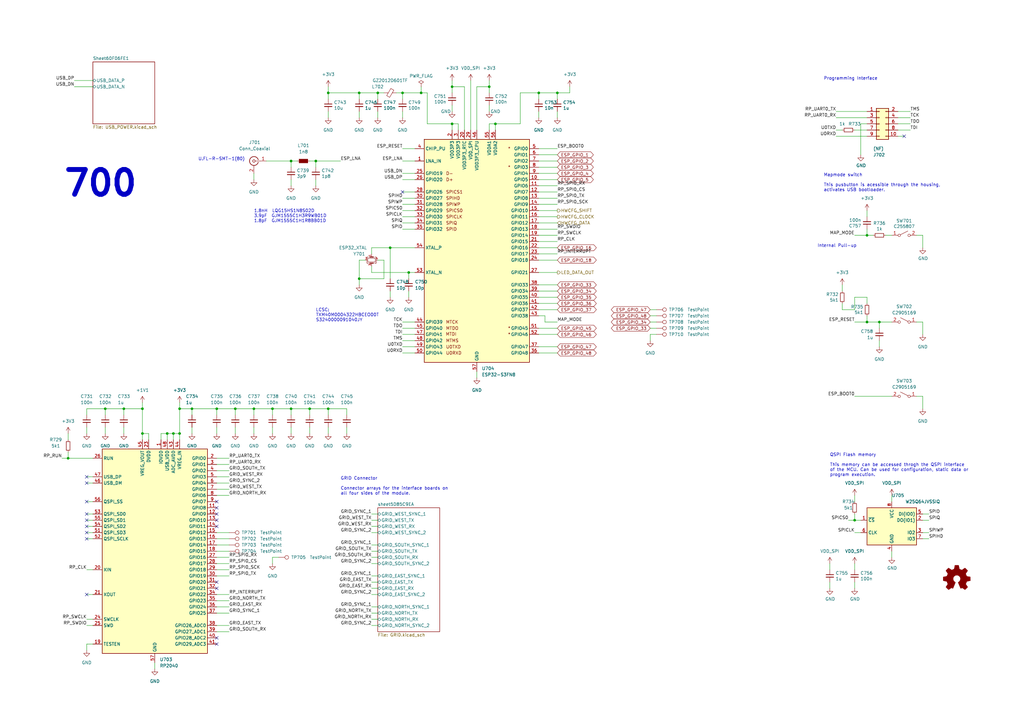
<source format=kicad_sch>
(kicad_sch (version 20230121) (generator eeschema)
  (paper "A3")
  (junction (at 88.9 167.64))
  (junction (at 129.54 66.04))
  (junction (at 220.98 38.1))
  (junction (at 71.12 177.8))
  (junction (at 147.32 38.1))
  (junction (at 58.42 177.8))
  (junction (at 172.72 38.1))
  (junction (at 167.64 111.76))
  (junction (at 73.66 177.8))
  (junction (at 147.32 114.3))
  (junction (at 127 167.64))
  (junction (at 73.66 167.64))
  (junction (at 27.94 187.96))
  (junction (at 185.42 50.8))
  (junction (at 350.52 213.36))
  (junction (at 154.94 38.1))
  (junction (at 160.02 101.6))
  (junction (at 355.6 132.08))
  (junction (at 134.62 167.64))
  (junction (at 50.8 167.64))
  (junction (at 119.38 167.64))
  (junction (at 200.66 35.56))
  (junction (at 68.58 177.8))
  (junction (at 96.52 167.64))
  (junction (at 111.76 167.64))
  (junction (at 43.18 167.64))
  (junction (at 104.14 167.64))
  (junction (at 228.6 38.1))
  (junction (at 134.62 38.1))
  (junction (at 58.42 167.64))
  (junction (at 203.2 50.8))
  (junction (at 185.42 35.56))
  (junction (at 78.74 167.64))
  (junction (at 355.6 96.52))
  (junction (at 360.68 132.08))
  (junction (at 119.38 66.04))
  (junction (at 165.1 38.1))
  (no_connect (at 370.84 55.88))
  (no_connect (at 165.1 78.74))
  (no_connect (at 35.56 210.82))
  (no_connect (at 35.56 205.74))
  (no_connect (at 35.56 213.36))
  (no_connect (at 35.56 243.84))
  (no_connect (at 35.56 220.98))
  (no_connect (at 35.56 215.9))
  (no_connect (at 35.56 218.44))
  (no_connect (at 35.56 198.12))
  (no_connect (at 35.56 195.58))
  (no_connect (at 88.9 264.16))
  (no_connect (at 88.9 261.62))
  (no_connect (at 88.9 238.76))
  (no_connect (at 88.9 241.3))
  (no_connect (at 88.9 215.9))
  (no_connect (at 88.9 213.36))
  (no_connect (at 88.9 210.82))
  (no_connect (at 88.9 208.28))
  (no_connect (at 88.9 205.74))
  (wire (pts (xy 73.66 167.64) (xy 78.74 167.64)))
  (wire (pts (xy 355.6 121.92) (xy 355.6 124.46)))
  (wire (pts (xy 35.56 198.12) (xy 38.1 198.12)))
  (wire (pts (xy 88.9 218.44) (xy 93.98 218.44)))
  (wire (pts (xy 213.36 38.1) (xy 220.98 38.1)))
  (wire (pts (xy 119.38 175.26) (xy 119.38 177.8)))
  (wire (pts (xy 58.42 180.34) (xy 58.42 177.8)))
  (wire (pts (xy 27.94 187.96) (xy 38.1 187.96)))
  (wire (pts (xy 165.1 93.98) (xy 170.18 93.98)))
  (wire (pts (xy 203.2 50.8) (xy 203.2 53.34)))
  (wire (pts (xy 360.68 139.7) (xy 360.68 142.24)))
  (wire (pts (xy 167.64 111.76) (xy 167.64 114.3)))
  (wire (pts (xy 228.6 38.1) (xy 220.98 38.1)))
  (wire (pts (xy 73.66 180.34) (xy 73.66 177.8)))
  (wire (pts (xy 154.94 228.6) (xy 152.4 228.6)))
  (wire (pts (xy 127 175.26) (xy 127 177.8)))
  (wire (pts (xy 350.52 162.56) (xy 365.76 162.56)))
  (wire (pts (xy 58.42 177.8) (xy 58.42 167.64)))
  (wire (pts (xy 88.9 231.14) (xy 93.98 231.14)))
  (wire (pts (xy 355.6 93.98) (xy 355.6 96.52)))
  (wire (pts (xy 266.7 134.62) (xy 269.24 134.62)))
  (wire (pts (xy 147.32 38.1) (xy 154.94 38.1)))
  (wire (pts (xy 104.14 175.26) (xy 104.14 177.8)))
  (wire (pts (xy 360.68 132.08) (xy 355.6 132.08)))
  (wire (pts (xy 165.1 137.16) (xy 170.18 137.16)))
  (wire (pts (xy 43.18 167.64) (xy 50.8 167.64)))
  (wire (pts (xy 63.5 271.78) (xy 63.5 274.32)))
  (wire (pts (xy 88.9 226.06) (xy 93.98 226.06)))
  (wire (pts (xy 345.44 53.34) (xy 342.9 53.34)))
  (wire (pts (xy 233.68 35.56) (xy 233.68 38.1)))
  (wire (pts (xy 96.52 170.18) (xy 96.52 167.64)))
  (wire (pts (xy 220.98 106.68) (xy 228.6 106.68)))
  (wire (pts (xy 350.52 127) (xy 350.52 121.92)))
  (wire (pts (xy 154.94 218.44) (xy 152.4 218.44)))
  (wire (pts (xy 152.4 104.14) (xy 152.4 101.6)))
  (wire (pts (xy 88.9 220.98) (xy 93.98 220.98)))
  (wire (pts (xy 220.98 63.5) (xy 228.6 63.5)))
  (wire (pts (xy 134.62 45.72) (xy 134.62 48.26)))
  (wire (pts (xy 220.98 119.38) (xy 228.6 119.38)))
  (wire (pts (xy 154.94 106.68) (xy 157.48 106.68)))
  (wire (pts (xy 203.2 50.8) (xy 213.36 50.8)))
  (wire (pts (xy 165.1 86.36) (xy 170.18 86.36)))
  (wire (pts (xy 160.02 101.6) (xy 170.18 101.6)))
  (wire (pts (xy 35.56 195.58) (xy 38.1 195.58)))
  (wire (pts (xy 88.9 246.38) (xy 93.98 246.38)))
  (wire (pts (xy 152.4 111.76) (xy 167.64 111.76)))
  (wire (pts (xy 134.62 175.26) (xy 134.62 177.8)))
  (wire (pts (xy 353.06 50.8) (xy 353.06 63.5)))
  (wire (pts (xy 96.52 175.26) (xy 96.52 177.8)))
  (wire (pts (xy 88.9 248.92) (xy 93.98 248.92)))
  (wire (pts (xy 355.6 86.36) (xy 355.6 88.9)))
  (wire (pts (xy 365.76 203.2) (xy 365.76 205.74)))
  (wire (pts (xy 266.7 132.08) (xy 269.24 132.08)))
  (wire (pts (xy 35.56 210.82) (xy 38.1 210.82)))
  (wire (pts (xy 165.1 38.1) (xy 172.72 38.1)))
  (wire (pts (xy 220.98 144.78) (xy 228.6 144.78)))
  (wire (pts (xy 350.52 203.2) (xy 350.52 205.74)))
  (wire (pts (xy 88.9 187.96) (xy 93.98 187.96)))
  (wire (pts (xy 378.46 162.56) (xy 375.92 162.56)))
  (wire (pts (xy 220.98 88.9) (xy 228.6 88.9)))
  (wire (pts (xy 35.56 220.98) (xy 38.1 220.98)))
  (wire (pts (xy 220.98 101.6) (xy 228.6 101.6)))
  (wire (pts (xy 378.46 218.44) (xy 381 218.44)))
  (wire (pts (xy 154.94 45.72) (xy 154.94 48.26)))
  (wire (pts (xy 35.56 213.36) (xy 38.1 213.36)))
  (wire (pts (xy 172.72 38.1) (xy 175.26 38.1)))
  (wire (pts (xy 88.9 259.08) (xy 93.98 259.08)))
  (wire (pts (xy 350.52 96.52) (xy 355.6 96.52)))
  (wire (pts (xy 35.56 233.68) (xy 38.1 233.68)))
  (wire (pts (xy 195.58 35.56) (xy 195.58 53.34)))
  (wire (pts (xy 104.14 170.18) (xy 104.14 167.64)))
  (wire (pts (xy 165.1 83.82) (xy 170.18 83.82)))
  (wire (pts (xy 147.32 106.68) (xy 149.86 106.68)))
  (wire (pts (xy 220.98 129.54) (xy 223.52 129.54)))
  (wire (pts (xy 88.9 223.52) (xy 93.98 223.52)))
  (wire (pts (xy 167.64 119.38) (xy 167.64 121.92)))
  (wire (pts (xy 68.58 177.8) (xy 71.12 177.8)))
  (wire (pts (xy 187.96 53.34) (xy 187.96 50.8)))
  (wire (pts (xy 350.52 231.14) (xy 350.52 233.68)))
  (wire (pts (xy 154.94 223.52) (xy 152.4 223.52)))
  (wire (pts (xy 172.72 35.56) (xy 172.72 38.1)))
  (wire (pts (xy 88.9 200.66) (xy 93.98 200.66)))
  (wire (pts (xy 378.46 96.52) (xy 378.46 101.6)))
  (wire (pts (xy 165.1 142.24) (xy 170.18 142.24)))
  (wire (pts (xy 223.52 132.08) (xy 228.6 132.08)))
  (wire (pts (xy 111.76 167.64) (xy 119.38 167.64)))
  (wire (pts (xy 152.4 101.6) (xy 160.02 101.6)))
  (wire (pts (xy 35.56 175.26) (xy 35.56 177.8)))
  (wire (pts (xy 165.1 91.44) (xy 170.18 91.44)))
  (wire (pts (xy 154.94 241.3) (xy 152.4 241.3)))
  (wire (pts (xy 58.42 165.1) (xy 58.42 167.64)))
  (wire (pts (xy 228.6 60.96) (xy 220.98 60.96)))
  (wire (pts (xy 147.32 114.3) (xy 147.32 116.84)))
  (wire (pts (xy 134.62 167.64) (xy 142.24 167.64)))
  (wire (pts (xy 220.98 83.82) (xy 228.6 83.82)))
  (wire (pts (xy 109.22 66.04) (xy 119.38 66.04)))
  (wire (pts (xy 165.1 144.78) (xy 170.18 144.78)))
  (wire (pts (xy 88.9 198.12) (xy 93.98 198.12)))
  (wire (pts (xy 350.52 213.36) (xy 347.98 213.36)))
  (wire (pts (xy 88.9 228.6) (xy 93.98 228.6)))
  (wire (pts (xy 35.56 256.54) (xy 38.1 256.54)))
  (wire (pts (xy 375.92 96.52) (xy 378.46 96.52)))
  (wire (pts (xy 350.52 132.08) (xy 355.6 132.08)))
  (wire (pts (xy 213.36 38.1) (xy 213.36 50.8)))
  (wire (pts (xy 88.9 170.18) (xy 88.9 167.64)))
  (wire (pts (xy 378.46 210.82) (xy 381 210.82)))
  (wire (pts (xy 73.66 177.8) (xy 73.66 167.64)))
  (wire (pts (xy 165.1 81.28) (xy 170.18 81.28)))
  (wire (pts (xy 154.94 213.36) (xy 152.4 213.36)))
  (wire (pts (xy 355.6 129.54) (xy 355.6 132.08)))
  (wire (pts (xy 228.6 45.72) (xy 228.6 48.26)))
  (wire (pts (xy 353.06 218.44) (xy 350.52 218.44)))
  (wire (pts (xy 165.1 45.72) (xy 165.1 48.26)))
  (wire (pts (xy 190.5 35.56) (xy 190.5 53.34)))
  (wire (pts (xy 368.3 45.72) (xy 373.38 45.72)))
  (wire (pts (xy 185.42 35.56) (xy 185.42 38.1)))
  (wire (pts (xy 266.7 137.16) (xy 269.24 137.16)))
  (wire (pts (xy 88.9 251.46) (xy 93.98 251.46)))
  (wire (pts (xy 370.84 55.88) (xy 368.3 55.88)))
  (wire (pts (xy 35.56 254) (xy 38.1 254)))
  (wire (pts (xy 165.1 60.96) (xy 170.18 60.96)))
  (wire (pts (xy 142.24 175.26) (xy 142.24 177.8)))
  (wire (pts (xy 43.18 170.18) (xy 43.18 167.64)))
  (wire (pts (xy 88.9 203.2) (xy 93.98 203.2)))
  (wire (pts (xy 129.54 66.04) (xy 127 66.04)))
  (wire (pts (xy 200.66 50.8) (xy 203.2 50.8)))
  (wire (pts (xy 111.76 175.26) (xy 111.76 177.8)))
  (wire (pts (xy 200.66 50.8) (xy 200.66 53.34)))
  (wire (pts (xy 119.38 66.04) (xy 121.92 66.04)))
  (wire (pts (xy 154.94 226.06) (xy 152.4 226.06)))
  (wire (pts (xy 160.02 119.38) (xy 160.02 121.92)))
  (wire (pts (xy 88.9 243.84) (xy 93.98 243.84)))
  (wire (pts (xy 88.9 256.54) (xy 93.98 256.54)))
  (wire (pts (xy 355.6 53.34) (xy 350.52 53.34)))
  (wire (pts (xy 154.94 238.76) (xy 152.4 238.76)))
  (wire (pts (xy 165.1 134.62) (xy 170.18 134.62)))
  (wire (pts (xy 154.94 231.14) (xy 152.4 231.14)))
  (wire (pts (xy 378.46 167.64) (xy 378.46 162.56)))
  (wire (pts (xy 88.9 175.26) (xy 88.9 177.8)))
  (wire (pts (xy 147.32 38.1) (xy 147.32 40.64)))
  (wire (pts (xy 185.42 43.18) (xy 185.42 45.72)))
  (wire (pts (xy 119.38 170.18) (xy 119.38 167.64)))
  (wire (pts (xy 104.14 71.12) (xy 104.14 73.66)))
  (wire (pts (xy 68.58 177.8) (xy 68.58 180.34)))
  (wire (pts (xy 35.56 170.18) (xy 35.56 167.64)))
  (wire (pts (xy 154.94 40.64) (xy 154.94 38.1)))
  (wire (pts (xy 185.42 50.8) (xy 175.26 50.8)))
  (wire (pts (xy 368.3 50.8) (xy 373.38 50.8)))
  (wire (pts (xy 220.98 137.16) (xy 228.6 137.16)))
  (wire (pts (xy 165.1 139.7) (xy 170.18 139.7)))
  (wire (pts (xy 154.94 243.84) (xy 152.4 243.84)))
  (wire (pts (xy 71.12 177.8) (xy 71.12 180.34)))
  (wire (pts (xy 342.9 48.26) (xy 355.6 48.26)))
  (wire (pts (xy 345.44 127) (xy 350.52 127)))
  (wire (pts (xy 88.9 233.68) (xy 93.98 233.68)))
  (wire (pts (xy 378.46 132.08) (xy 375.92 132.08)))
  (wire (pts (xy 154.94 236.22) (xy 152.4 236.22)))
  (wire (pts (xy 233.68 38.1) (xy 228.6 38.1)))
  (wire (pts (xy 35.56 167.64) (xy 43.18 167.64)))
  (wire (pts (xy 88.9 190.5) (xy 93.98 190.5)))
  (wire (pts (xy 342.9 45.72) (xy 355.6 45.72)))
  (wire (pts (xy 340.36 241.3) (xy 340.36 238.76)))
  (wire (pts (xy 60.96 180.34) (xy 60.96 177.8)))
  (wire (pts (xy 96.52 167.64) (xy 104.14 167.64)))
  (wire (pts (xy 104.14 167.64) (xy 111.76 167.64)))
  (wire (pts (xy 345.44 116.84) (xy 345.44 119.38)))
  (wire (pts (xy 27.94 185.42) (xy 27.94 187.96)))
  (wire (pts (xy 190.5 35.56) (xy 185.42 35.56)))
  (wire (pts (xy 220.98 38.1) (xy 220.98 40.64)))
  (wire (pts (xy 340.36 231.14) (xy 340.36 233.68)))
  (wire (pts (xy 35.56 215.9) (xy 38.1 215.9)))
  (wire (pts (xy 43.18 175.26) (xy 43.18 177.8)))
  (wire (pts (xy 165.1 88.9) (xy 170.18 88.9)))
  (wire (pts (xy 35.56 264.16) (xy 35.56 266.7)))
  (wire (pts (xy 127 167.64) (xy 134.62 167.64)))
  (wire (pts (xy 200.66 35.56) (xy 200.66 38.1)))
  (wire (pts (xy 154.94 256.54) (xy 152.4 256.54)))
  (wire (pts (xy 170.18 71.12) (xy 165.1 71.12)))
  (wire (pts (xy 152.4 210.82) (xy 154.94 210.82)))
  (wire (pts (xy 345.44 124.46) (xy 345.44 127)))
  (wire (pts (xy 220.98 127) (xy 228.6 127)))
  (wire (pts (xy 152.4 111.76) (xy 152.4 109.22)))
  (wire (pts (xy 220.98 78.74) (xy 228.6 78.74)))
  (wire (pts (xy 147.32 45.72) (xy 147.32 48.26)))
  (wire (pts (xy 365.76 228.6) (xy 365.76 226.06)))
  (wire (pts (xy 220.98 93.98) (xy 228.6 93.98)))
  (wire (pts (xy 185.42 33.02) (xy 185.42 35.56)))
  (wire (pts (xy 134.62 170.18) (xy 134.62 167.64)))
  (wire (pts (xy 154.94 248.92) (xy 152.4 248.92)))
  (wire (pts (xy 154.94 251.46) (xy 152.4 251.46)))
  (wire (pts (xy 50.8 167.64) (xy 58.42 167.64)))
  (wire (pts (xy 142.24 170.18) (xy 142.24 167.64)))
  (wire (pts (xy 220.98 71.12) (xy 228.6 71.12)))
  (wire (pts (xy 350.52 121.92) (xy 355.6 121.92)))
  (wire (pts (xy 88.9 167.64) (xy 96.52 167.64)))
  (wire (pts (xy 378.46 213.36) (xy 381 213.36)))
  (wire (pts (xy 88.9 236.22) (xy 93.98 236.22)))
  (wire (pts (xy 165.1 78.74) (xy 170.18 78.74)))
  (wire (pts (xy 175.26 38.1) (xy 175.26 50.8)))
  (wire (pts (xy 35.56 243.84) (xy 38.1 243.84)))
  (wire (pts (xy 195.58 35.56) (xy 200.66 35.56)))
  (wire (pts (xy 88.9 193.04) (xy 93.98 193.04)))
  (wire (pts (xy 193.04 33.02) (xy 193.04 53.34)))
  (wire (pts (xy 220.98 134.62) (xy 228.6 134.62)))
  (wire (pts (xy 378.46 220.98) (xy 381 220.98)))
  (wire (pts (xy 129.54 66.04) (xy 139.7 66.04)))
  (wire (pts (xy 220.98 81.28) (xy 228.6 81.28)))
  (wire (pts (xy 353.06 50.8) (xy 355.6 50.8)))
  (wire (pts (xy 25.4 187.96) (xy 27.94 187.96)))
  (wire (pts (xy 266.7 129.54) (xy 269.24 129.54)))
  (wire (pts (xy 119.38 66.04) (xy 119.38 68.58)))
  (wire (pts (xy 228.6 38.1) (xy 228.6 40.64)))
  (wire (pts (xy 373.38 48.26) (xy 368.3 48.26)))
  (wire (pts (xy 50.8 167.64) (xy 50.8 170.18)))
  (wire (pts (xy 170.18 73.66) (xy 165.1 73.66)))
  (wire (pts (xy 157.48 114.3) (xy 147.32 114.3)))
  (wire (pts (xy 147.32 114.3) (xy 147.32 106.68)))
  (wire (pts (xy 129.54 68.58) (xy 129.54 66.04)))
  (wire (pts (xy 35.56 205.74) (xy 38.1 205.74)))
  (wire (pts (xy 160.02 101.6) (xy 160.02 114.3)))
  (wire (pts (xy 220.98 86.36) (xy 228.6 86.36)))
  (wire (pts (xy 373.38 53.34) (xy 368.3 53.34)))
  (wire (pts (xy 78.74 175.26) (xy 78.74 177.8)))
  (wire (pts (xy 220.98 116.84) (xy 228.6 116.84)))
  (wire (pts (xy 71.12 177.8) (xy 73.66 177.8)))
  (wire (pts (xy 220.98 68.58) (xy 228.6 68.58)))
  (wire (pts (xy 134.62 35.56) (xy 134.62 38.1)))
  (wire (pts (xy 350.52 241.3) (xy 350.52 238.76)))
  (wire (pts (xy 200.66 33.02) (xy 200.66 35.56)))
  (wire (pts (xy 266.7 139.7) (xy 266.7 137.16)))
  (wire (pts (xy 220.98 96.52) (xy 228.6 96.52)))
  (wire (pts (xy 195.58 152.4) (xy 195.58 154.94)))
  (wire (pts (xy 365.76 132.08) (xy 360.68 132.08)))
  (wire (pts (xy 38.1 33.02) (xy 30.48 33.02)))
  (wire (pts (xy 220.98 111.76) (xy 228.6 111.76)))
  (wire (pts (xy 78.74 167.64) (xy 88.9 167.64)))
  (wire (pts (xy 127 170.18) (xy 127 167.64)))
  (wire (pts (xy 119.38 73.66) (xy 119.38 76.2)))
  (wire (pts (xy 165.1 66.04) (xy 170.18 66.04)))
  (wire (pts (xy 220.98 142.24) (xy 228.6 142.24)))
  (wire (pts (xy 355.6 96.52) (xy 358.14 96.52)))
  (wire (pts (xy 88.9 195.58) (xy 93.98 195.58)))
  (wire (pts (xy 60.96 177.8) (xy 58.42 177.8)))
  (wire (pts (xy 50.8 175.26) (xy 50.8 177.8)))
  (wire (pts (xy 187.96 50.8) (xy 185.42 50.8)))
  (wire (pts (xy 154.94 38.1) (xy 157.48 38.1)))
  (wire (pts (xy 165.1 38.1) (xy 165.1 40.64)))
  (wire (pts (xy 78.74 167.64) (xy 78.74 170.18)))
  (wire (pts (xy 157.48 106.68) (xy 157.48 114.3)))
  (wire (pts (xy 220.98 73.66) (xy 228.6 73.66)))
  (wire (pts (xy 220.98 99.06) (xy 228.6 99.06)))
  (wire (pts (xy 27.94 177.8) (xy 27.94 180.34)))
  (wire (pts (xy 167.64 111.76) (xy 170.18 111.76)))
  (wire (pts (xy 111.76 170.18) (xy 111.76 167.64)))
  (wire (pts (xy 220.98 45.72) (xy 220.98 48.26)))
  (wire (pts (xy 220.98 124.46) (xy 228.6 124.46)))
  (wire (pts (xy 266.7 127) (xy 269.24 127)))
  (wire (pts (xy 66.04 180.34) (xy 66.04 177.8)))
  (wire (pts (xy 129.54 73.66) (xy 129.54 76.2)))
  (wire (pts (xy 152.4 215.9) (xy 154.94 215.9)))
  (wire (pts (xy 35.56 218.44) (xy 38.1 218.44)))
  (wire (pts (xy 119.38 167.64) (xy 127 167.64)))
  (wire (pts (xy 30.48 35.56) (xy 38.1 35.56)))
  (wire (pts (xy 220.98 66.04) (xy 228.6 66.04)))
  (wire (pts (xy 220.98 91.44) (xy 228.6 91.44)))
  (wire (pts (xy 220.98 121.92) (xy 228.6 121.92)))
  (wire (pts (xy 353.06 213.36) (xy 350.52 213.36)))
  (wire (pts (xy 154.94 254) (xy 152.4 254)))
  (wire (pts (xy 378.46 137.16) (xy 378.46 132.08)))
  (wire (pts (xy 73.66 165.1) (xy 73.66 167.64)))
  (wire (pts (xy 342.9 55.88) (xy 355.6 55.88)))
  (wire (pts (xy 162.56 38.1) (xy 165.1 38.1)))
  (wire (pts (xy 111.76 231.14) (xy 111.76 228.6)))
  (wire (pts (xy 200.66 43.18) (xy 200.66 45.72)))
  (wire (pts (xy 134.62 38.1) (xy 134.62 40.64)))
  (wire (pts (xy 185.42 50.8) (xy 185.42 53.34)))
  (wire (pts (xy 360.68 132.08) (xy 360.68 134.62)))
  (wire (pts (xy 350.52 210.82) (xy 350.52 213.36)))
  (wire (pts (xy 66.04 177.8) (xy 68.58 177.8)))
  (wire (pts (xy 35.56 264.16) (xy 38.1 264.16)))
  (wire (pts (xy 363.22 96.52) (xy 365.76 96.52)))
  (wire (pts (xy 165.1 132.08) (xy 170.18 132.08)))
  (wire (pts (xy 220.98 76.2) (xy 228.6 76.2)))
  (wire (pts (xy 220.98 104.14) (xy 228.6 104.14)))
  (wire (pts (xy 111.76 228.6) (xy 114.3 228.6)))
  (wire (pts (xy 134.62 38.1) (xy 147.32 38.1)))
  (wire (pts (xy 223.52 129.54) (xy 223.52 132.08)))
  (text "Mapmode switch\n\nThis pusbutton is acessible through the housing, \nactivates USB bootloader." (at 337.82 78.74 0) (effects (font (size 1.27 1.27)) (justify left bottom)))
  (text "700" (at 25.4 81.28 0) (effects (font (size 10.16 10.16) (thickness 2.032) bold) (justify left bottom)))
  (text "LCSC:\nTXM40M0004322HBCEO00T\nS3240000091040JY" (at 129.54 132.08 0) (effects (font (size 1.27 1.27)) (justify left bottom)))
  (text "1.8nH  LQG15HS1N8S02D\n3.9pF  GJM1555C1H3R9WB01D\n1.8pF  GJM1555C1H1R8BB01D" (at 104.14 91.44 0) (effects (font (size 1.27 1.27)) (justify left bottom)))
  (text "QSPI Flash memory\n\nThis memory can be accessed throgh the QSPI interface\nof the MCU. Can be used for configuration, static data or\nprogram execution." (at 340.36 195.58 0) (effects (font (size 1.27 1.27)) (justify left bottom)))
  (text "Internal Pull-up" (at 335.28 101.6 0) (effects (font (size 1.27 1.27)) (justify left bottom)))
  (text "GRID Connector\n\nConnector arrays for the interface boards on \nall four sides of the module." (at 139.7 203.2 0) (effects (font (size 1.27 1.27)) (justify left bottom)))
  (text "U.FL-R-SMT-1(80) " (at 81.28 66.04 0) (effects (font (size 1.27 1.27)) (justify left bottom)))
  (text "Programming Interface\n" (at 337.82 33.02 0) (effects (font (size 1.27 1.27)) (justify left bottom)))
  (label "RP_SPI0_CS" (at 93.98 231.14 0))
  (label "GRID_SYNC_1" (at 152.4 223.52 180))
  (label "GRID_EAST_TX" (at 93.98 256.54 0))
  (label "RP_SPI0_RX" (at 93.98 228.6 0))
  (label "GRID_SOUTH_TX" (at 152.4 226.06 180))
  (label "SPICS0" (at 165.1 86.36 180))
  (label "GRID_SYNC_2" (at 152.4 218.44 180))
  (label "GRID_NORTH_TX" (at 93.98 246.38 0))
  (label "GRID_NORTH_TX" (at 152.4 251.46 180))
  (label "GRID_SYNC_2" (at 152.4 256.54 180))
  (label "MAP_MODE" (at 350.52 96.52 180))
  (label "U0TXD" (at 165.1 142.24 180))
  (label "SPICS0" (at 347.98 213.36 180))
  (label "TMS" (at 165.1 139.7 180))
  (label "TCK" (at 165.1 132.08 180))
  (label "GRID_NORTH_RX" (at 93.98 203.2 0))
  (label "RP_SWCLK" (at 35.56 254 180))
  (label "RP_SPI0_RX" (at 228.6 76.2 0))
  (label "GRID_SYNC_1" (at 152.4 210.82 180))
  (label "SPIQ" (at 165.1 91.44 180))
  (label "RP_SPI0_TX" (at 93.98 236.22 0))
  (label "GRID_SYNC_1" (at 152.4 236.22 180))
  (label "U0RXD" (at 165.1 144.78 180))
  (label "TDO" (at 165.1 134.62 180))
  (label "U0RXD" (at 342.9 55.88 180))
  (label "GRID_SOUTH_RX" (at 93.98 259.08 0))
  (label "GRID_SYNC_2" (at 152.4 243.84 180))
  (label "SPIQ" (at 381 213.36 0))
  (label "RP_SPI0_TX" (at 228.6 81.28 0))
  (label "GRID_WEST_RX" (at 152.4 215.9 180))
  (label "GRID_WEST_RX" (at 93.98 195.58 0))
  (label "RP_SWDIO" (at 228.6 93.98 0))
  (label "RP_SWDIO" (at 35.56 256.54 180))
  (label "RP_CLK" (at 35.56 233.68 180))
  (label "RP_SWCLK" (at 228.6 96.52 0))
  (label "RP_SPI0_SCK" (at 93.98 233.68 0))
  (label "RP_UART0_TX" (at 93.98 187.96 0))
  (label "SPID" (at 165.1 93.98 180))
  (label "U0TXD" (at 342.9 53.34 180))
  (label "SPID" (at 381 210.82 0))
  (label "ESP_BOOT0" (at 228.6 60.96 0))
  (label "TDO" (at 373.38 50.8 0))
  (label "TDI" (at 165.1 137.16 180))
  (label "GRID_WEST_TX" (at 93.98 200.66 0))
  (label "RP_INTERRUPT" (at 228.6 104.14 0))
  (label "RP_SPI0_SCK" (at 228.6 83.82 0))
  (label "GRID_EAST_RX" (at 93.98 248.92 0))
  (label "USB_DN" (at 165.1 71.12 180))
  (label "USB_DN" (at 30.48 35.56 180))
  (label "SPIHD" (at 165.1 81.28 180))
  (label "ESP_RESET" (at 165.1 60.96 180))
  (label "TMS" (at 373.38 45.72 0))
  (label "SPIHD" (at 381 220.98 0))
  (label "ESP_LNA" (at 139.7 66.04 0))
  (label "ESP_BOOT0" (at 350.52 162.56 180))
  (label "RP_UART0_TX" (at 342.9 45.72 180))
  (label "RP_INTERRUPT" (at 93.98 243.84 0))
  (label "GRID_EAST_RX" (at 152.4 241.3 180))
  (label "USB_DP" (at 165.1 73.66 180))
  (label "GRID_SOUTH_TX" (at 93.98 193.04 0))
  (label "GRID_EAST_TX" (at 152.4 238.76 180))
  (label "SPICLK" (at 350.52 218.44 180))
  (label "RP_SPI0_CS" (at 228.6 78.74 0))
  (label "RP_UART0_RX" (at 342.9 48.26 180))
  (label "TCK" (at 373.38 48.26 0))
  (label "RP_RUN" (at 25.4 187.96 180))
  (label "RP_CLK" (at 228.6 99.06 0))
  (label "TDI" (at 373.38 53.34 0))
  (label "GRID_SYNC_1" (at 93.98 251.46 0))
  (label "ESP_RESET" (at 350.52 132.08 180))
  (label "GRID_SOUTH_RX" (at 152.4 228.6 180))
  (label "SPIWP" (at 165.1 83.82 180))
  (label "MAP_MODE" (at 228.6 132.08 0))
  (label "USB_DP" (at 30.48 33.02 180))
  (label "SPICLK" (at 165.1 88.9 180))
  (label "ESP_LNA" (at 165.1 66.04 180))
  (label "GRID_SYNC_1" (at 152.4 248.92 180))
  (label "RP_UART0_RX" (at 93.98 190.5 0))
  (label "SPIWP" (at 381 218.44 0))
  (label "GRID_NORTH_RX" (at 152.4 254 180))
  (label "GRID_SYNC_2" (at 93.98 198.12 0))
  (label "GRID_SYNC_2" (at 152.4 231.14 180))
  (label "GRID_WEST_TX" (at 152.4 213.36 180))
  (global_label "ESP_GPIO_33" (shape bidirectional) (at 228.6 116.84 0) (property "Intersheetrefs" "${INTERSHEET_REFS}" (effects hide)))
  (global_label "ESP_GPIO_16" (shape bidirectional) (at 228.6 101.6 0) (property "Intersheetrefs" "${INTERSHEET_REFS}" (effects hide)))
  (global_label "ESP_GPIO_34" (shape bidirectional) (at 266.7 132.08 180) (property "Intersheetrefs" "${INTERSHEET_REFS}" (effects hide)))
  (global_label "ESP_GPIO_47" (shape bidirectional) (at 266.7 127 180) (property "Intersheetrefs" "${INTERSHEET_REFS}" (effects hide)))
  (global_label "ESP_GPIO_48" (shape bidirectional) (at 228.6 144.78 0) (property "Intersheetrefs" "${INTERSHEET_REFS}" (effects hide)))
  (global_label "ESP_GPIO_2" (shape bidirectional) (at 228.6 66.04 0) (property "Intersheetrefs" "${INTERSHEET_REFS}" (effects hide)))
  (global_label "ESP_GPIO_4" (shape bidirectional) (at 228.6 71.12 0) (property "Intersheetrefs" "${INTERSHEET_REFS}" (effects hide)))
  (global_label "ESP_GPIO_1" (shape bidirectional) (at 228.6 63.5 0) (property "Intersheetrefs" "${INTERSHEET_REFS}" (effects hide)))
  (global_label "ESP_GPIO_45" (shape bidirectional) (at 228.6 134.62 0) (property "Intersheetrefs" "${INTERSHEET_REFS}" (effects hide)))
  (global_label "ESP_GPIO_36" (shape bidirectional) (at 228.6 124.46 0) (property "Intersheetrefs" "${INTERSHEET_REFS}" (effects hide)))
  (global_label "ESP_GPIO_18" (shape bidirectional) (at 228.6 106.68 0) (property "Intersheetrefs" "${INTERSHEET_REFS}" (effects hide)))
  (global_label "ESP_GPIO_5" (shape bidirectional) (at 228.6 73.66 0) (property "Intersheetrefs" "${INTERSHEET_REFS}" (effects hide)))
  (global_label "ESP_GPIO_46" (shape bidirectional) (at 228.6 137.16 0) (property "Intersheetrefs" "${INTERSHEET_REFS}" (effects hide)))
  (global_label "ESP_GPIO_48" (shape bidirectional) (at 266.7 129.54 180) (property "Intersheetrefs" "${INTERSHEET_REFS}" (effects hide)))
  (global_label "ESP_GPIO_33" (shape bidirectional) (at 266.7 134.62 180) (property "Intersheetrefs" "${INTERSHEET_REFS}" (effects hide)))
  (global_label "ESP_GPIO_35" (shape bidirectional) (at 228.6 121.92 0) (property "Intersheetrefs" "${INTERSHEET_REFS}" (effects hide)))
  (global_label "ESP_GPIO_34" (shape bidirectional) (at 228.6 119.38 0) (property "Intersheetrefs" "${INTERSHEET_REFS}" (effects hide)))
  (global_label "ESP_GPIO_3" (shape bidirectional) (at 228.6 68.58 0) (property "Intersheetrefs" "${INTERSHEET_REFS}" (effects hide)))
  (global_label "ESP_GPIO_47" (shape bidirectional) (at 228.6 142.24 0) (property "Intersheetrefs" "${INTERSHEET_REFS}" (effects hide)))
  (global_label "ESP_GPIO_37" (shape bidirectional) (at 228.6 127 0) (property "Intersheetrefs" "${INTERSHEET_REFS}" (effects hide)))
  (hierarchical_label "HWCFG_CLOCK" (shape output) (at 228.6 88.9 0))
  (hierarchical_label "HWCFG_DATA" (shape input) (at 228.6 91.44 0))
  (hierarchical_label "HWCFG_SHIFT" (shape output) (at 228.6 86.36 0))
  (hierarchical_label "LED_DATA_OUT" (shape output) (at 228.6 111.76 0))
  (symbol (lib_id "suku_basics:U_FLASH_W25Q16JVSSIQ") (at 365.76 215.9 0) (unit 1)
    (property "Reference" "U705" (at 368.3 203.2 0))
    (property "Value" "W25Q64JVSSIQ" (at 378.46 205.74 0))
    (property "Footprint" "suku_basics:SOIC-8W_FLASH" (effects hide))
    (property "Datasheet" "http://www.winbond.com/resource-files/w25q32jv%20revg%2003272018%20plus.pdf" (effects hide))
  )
  (symbol (lib_id "suku_basics:CAP") (at 350.52 236.22 0) (unit 1)
    (property "Reference" "C756" (at 352.8568 235.0516 0) (effects (justify left)))
    (property "Value" "100n" (at 352.8568 237.363 0) (effects (justify left)))
    (property "Footprint" "suku_basics:CAP_0402" (effects hide))
  )
  (symbol (lib_id "power:GND") (at 365.76 228.6 0) (unit 1)
    (property "Reference" "#PWR0843" (effects hide))
    (property "Value" "GND" (at 365.887 232.9942 0))
  )
  (symbol (lib_id "power:GND") (at 350.52 241.3 0) (unit 1)
    (property "Reference" "#PWR0838" (effects hide))
    (property "Value" "GND" (at 350.647 245.6942 0))
  )
  (symbol (lib_id "Switch:SW_SPST") (at 370.84 96.52 0) (unit 1)
    (property "Reference" "SW701" (at 370.84 90.551 0))
    (property "Value" "C255807" (at 370.84 92.8624 0))
    (property "Footprint" "suku_basics:SW_HYP_MAPMODE" (effects hide))
  )
  (symbol (lib_id "suku_basics:RES") (at 360.68 96.52 270) (unit 1)
    (property "Reference" "R736" (at 360.68 91.5416 90))
    (property "Value" "1k" (at 360.68 93.853 90))
    (property "Footprint" "suku_basics:RES_0402" (effects hide))
  )
  (symbol (lib_id "power:GND") (at 378.46 101.6 0) (unit 1)
    (property "Reference" "#PWR0844" (effects hide))
    (property "Value" "GND" (at 378.587 105.9942 0))
  )
  (symbol (lib_id "suku_basics:CAP") (at 355.6 91.44 180) (unit 1)
    (property "Reference" "C757" (at 353.2632 92.6084 0) (effects (justify left)))
    (property "Value" "100n" (at 353.2632 90.297 0) (effects (justify left)))
    (property "Footprint" "suku_basics:CAP_0402" (effects hide))
  )
  (symbol (lib_id "Connector:TestPoint") (at 269.24 137.16 270) (unit 1)
    (property "Reference" "TP710" (at 274.32 137.16 90) (effects (justify left)))
    (property "Value" "TestPoint" (at 281.94 137.16 90) (effects (justify left)))
    (property "Footprint" "TestPoint:TestPoint_Pad_1.0x1.0mm" (effects hide))
  )
  (symbol (lib_id "Connector:TestPoint") (at 93.98 226.06 270) (unit 1)
    (property "Reference" "TP704" (at 99.06 226.06 90) (effects (justify left)))
    (property "Value" "TestPoint" (at 106.68 226.06 90) (effects (justify left)))
    (property "Footprint" "TestPoint:TestPoint_Pad_D1.0mm" (effects hide))
  )
  (symbol (lib_id "suku_basics:CAP") (at 142.24 172.72 0) (unit 1)
    (property "Reference" "C745" (at 139.7 162.56 0) (effects (justify left)))
    (property "Value" "100n" (at 139.7 165.1 0) (effects (justify left)))
    (property "Footprint" "suku_basics:CAP_0402" (effects hide))
  )
  (symbol (lib_id "suku_basics:CAP") (at 200.66 40.64 0) (unit 1)
    (property "Reference" "C752" (at 202.9968 39.4716 0) (effects (justify left)))
    (property "Value" "100n" (at 202.9968 41.783 0) (effects (justify left)))
    (property "Footprint" "suku_basics:CAP_0402" (effects hide))
  )
  (symbol (lib_id "power:GND") (at 63.5 274.32 0) (unit 1)
    (property "Reference" "#PWR0799" (effects hide))
    (property "Value" "GND" (at 63.5 279.4 0))
  )
  (symbol (lib_id "power:GND") (at 43.18 177.8 0) (unit 1)
    (property "Reference" "#PWR0796" (effects hide))
    (property "Value" "GND" (at 43.18 182.88 0))
  )
  (symbol (lib_id "power:+3V3") (at 345.44 116.84 0) (unit 1)
    (property "Reference" "#PWR0835" (effects hide))
    (property "Value" "+3V3" (at 345.44 111.76 0))
  )
  (symbol (lib_id "suku_basics:VDD_SPI") (at 365.76 203.2 0) (unit 1)
    (property "Reference" "#PWR0842" (effects hide))
    (property "Value" "VDD_SPI" (at 365.76 198.12 0))
  )
  (symbol (lib_id "suku_basics:CAP") (at 111.76 172.72 0) (unit 1)
    (property "Reference" "C738" (at 109.22 162.56 0) (effects (justify left)))
    (property "Value" "100n" (at 109.22 165.1 0) (effects (justify left)))
    (property "Footprint" "suku_basics:CAP_0402" (effects hide))
  )
  (symbol (lib_id "suku_basics:RP2040") (at 63.5 226.06 0) (unit 1)
    (property "Reference" "U703" (at 65.5194 270.51 0) (effects (justify left)))
    (property "Value" "RP2040" (at 65.5194 273.05 0) (effects (justify left)))
    (property "Footprint" "suku_basics:RP2040_QFN-56-1EP_7x7mm_P0.4mm_EP3.2x3.2mm" (effects hide))
    (property "Datasheet" "https://datasheets.raspberrypi.com/rp2040/rp2040-datasheet.pdf" (effects hide))
  )
  (symbol (lib_id "power:GND") (at 195.58 154.94 0) (unit 1)
    (property "Reference" "#PWR0825" (effects hide))
    (property "Value" "GND" (at 195.58 160.02 0))
  )
  (symbol (lib_id "Connector:TestPoint") (at 93.98 223.52 270) (unit 1)
    (property "Reference" "TP703" (at 99.06 223.52 90) (effects (justify left)))
    (property "Value" "TestPoint" (at 106.68 223.52 90) (effects (justify left)))
    (property "Footprint" "TestPoint:TestPoint_Pad_D1.0mm" (effects hide))
  )
  (symbol (lib_id "suku_basics:CAP") (at 165.1 43.18 0) (unit 1)
    (property "Reference" "C749" (at 167.4368 42.0116 0) (effects (justify left)))
    (property "Value" "100n" (at 167.4368 44.323 0) (effects (justify left)))
    (property "Footprint" "suku_basics:CAP_0402" (effects hide))
  )
  (symbol (lib_id "power:GND") (at 35.56 266.7 0) (unit 1)
    (property "Reference" "#PWR0795" (effects hide))
    (property "Value" "GND" (at 35.56 271.78 0))
  )
  (symbol (lib_id "Switch:SW_SPST") (at 370.84 132.08 0) (mirror y) (unit 1)
    (property "Reference" "SW702" (at 370.84 125.73 0))
    (property "Value" "C2905169" (at 370.84 128.27 0))
    (property "Footprint" "Button_Switch_SMD:SW_SPST_CK_RS282G05A3" (effects hide))
  )
  (symbol (lib_id "suku_basics:CAP") (at 78.74 172.72 0) (unit 1)
    (property "Reference" "C734" (at 76.2 162.56 0) (effects (justify left)))
    (property "Value" "1u" (at 76.2 165.1 0) (effects (justify left)))
    (property "Footprint" "suku_basics:CAP_0402" (effects hide))
  )
  (symbol (lib_id "power:GND") (at 340.36 241.3 0) (unit 1)
    (property "Reference" "#PWR0834" (effects hide))
    (property "Value" "GND" (at 340.487 245.6942 0))
  )
  (symbol (lib_id "suku_basics:CAP") (at 35.56 172.72 0) (unit 1)
    (property "Reference" "C731" (at 33.02 162.56 0) (effects (justify left)))
    (property "Value" "100n" (at 33.02 165.1 0) (effects (justify left)))
    (property "Footprint" "suku_basics:CAP_0402" (effects hide))
  )
  (symbol (lib_id "suku_basics:INDUCTOR") (at 124.46 66.04 90) (unit 1)
    (property "Reference" "L701" (at 124.46 59.69 90))
    (property "Value" "1n8" (at 124.46 62.23 90))
    (property "Footprint" "suku_basics:IND_0402" (effects hide))
  )
  (symbol (lib_id "suku_basics:CAP") (at 147.32 43.18 0) (unit 1)
    (property "Reference" "C746" (at 149.6568 42.0116 0) (effects (justify left)))
    (property "Value" "1u" (at 149.6568 44.323 0) (effects (justify left)))
    (property "Footprint" "suku_basics:CAP_0402" (effects hide))
  )
  (symbol (lib_id "power:GND") (at 134.62 177.8 0) (unit 1)
    (property "Reference" "#PWR0814" (effects hide))
    (property "Value" "GND" (at 134.62 182.88 0))
  )
  (symbol (lib_id "power:GND") (at 165.1 48.26 0) (unit 1)
    (property "Reference" "#PWR0820" (effects hide))
    (property "Value" "GND" (at 165.1 53.34 0))
  )
  (symbol (lib_id "Connector:TestPoint") (at 269.24 132.08 270) (unit 1)
    (property "Reference" "TP708" (at 274.32 132.08 90) (effects (justify left)))
    (property "Value" "TestPoint" (at 281.94 132.08 90) (effects (justify left)))
    (property "Footprint" "TestPoint:TestPoint_Pad_D1.0mm" (effects hide))
  )
  (symbol (lib_id "Connector:TestPoint") (at 269.24 129.54 270) (unit 1)
    (property "Reference" "TP707" (at 274.32 129.54 90) (effects (justify left)))
    (property "Value" "TestPoint" (at 281.94 129.54 90) (effects (justify left)))
    (property "Footprint" "TestPoint:TestPoint_Pad_D1.0mm" (effects hide))
  )
  (symbol (lib_id "power:GND") (at 104.14 177.8 0) (unit 1)
    (property "Reference" "#PWR0805" (effects hide))
    (property "Value" "GND" (at 104.14 182.88 0))
  )
  (symbol (lib_id "power:GND") (at 147.32 116.84 0) (unit 1)
    (property "Reference" "#PWR0817" (effects hide))
    (property "Value" "GND" (at 147.32 121.92 0))
  )
  (symbol (lib_id "suku_basics:OSHWA") (at 392.43 237.49 0) (unit 1) (in_bom no)
    (property "Reference" "LOGO701" (effects hide))
    (property "Value" "OSHWA" (effects hide))
    (property "Footprint" "suku_basics:OSHWA" (effects hide))
  )
  (symbol (lib_id "suku_basics:CAP") (at 119.38 172.72 0) (unit 1)
    (property "Reference" "C740" (at 116.84 162.56 0) (effects (justify left)))
    (property "Value" "100n" (at 116.84 165.1 0) (effects (justify left)))
    (property "Footprint" "suku_basics:CAP_0402" (effects hide))
  )
  (symbol (lib_id "power:GND") (at 78.74 177.8 0) (unit 1)
    (property "Reference" "#PWR0801" (effects hide))
    (property "Value" "GND" (at 78.74 182.88 0))
  )
  (symbol (lib_id "power:GND") (at 104.14 73.66 0) (unit 1)
    (property "Reference" "#PWR0804" (effects hide))
    (property "Value" "GND" (at 104.14 78.74 0))
  )
  (symbol (lib_id "power:GND") (at 200.66 45.72 0) (unit 1)
    (property "Reference" "#PWR0827" (effects hide))
    (property "Value" "GND" (at 203.2 45.72 0))
  )
  (symbol (lib_id "suku_basics:CAP") (at 167.64 116.84 0) (unit 1)
    (property "Reference" "C750" (at 170.18 115.5762 0) (effects (justify left)))
    (property "Value" "10p" (at 170.18 118.1162 0) (effects (justify left)))
    (property "Footprint" "suku_basics:CAP_0402" (effects hide))
  )
  (symbol (lib_id "suku_basics:ESP32_XTAL") (at 152.4 106.68 270) (unit 1)
    (property "Reference" "Y701" (at 147.32 104.14 90))
    (property "Value" "ESP32_XTAL" (at 144.78 101.6 90))
    (property "Footprint" "Crystal:Crystal_SMD_Abracon_ABM8G-4Pin_3.2x2.5mm" (effects hide))
  )
  (symbol (lib_id "power:GND") (at 142.24 177.8 0) (unit 1)
    (property "Reference" "#PWR0815" (effects hide))
    (property "Value" "GND" (at 142.24 182.88 0))
  )
  (symbol (lib_id "power:GND") (at 353.06 63.5 0) (unit 1)
    (property "Reference" "#PWR0839" (effects hide))
    (property "Value" "GND" (at 353.187 67.8942 0))
  )
  (symbol (lib_id "suku_basics:CAP") (at 134.62 43.18 0) (unit 1)
    (property "Reference" "C743" (at 136.9568 42.0116 0) (effects (justify left)))
    (property "Value" "10u" (at 136.9568 44.323 0) (effects (justify left)))
    (property "Footprint" "suku_basics:CAP_0402" (effects hide))
  )
  (symbol (lib_id "Connector_Generic:Conn_02x05_Odd_Even") (at 360.68 50.8 0) (unit 1)
    (property "Reference" "J702" (at 358.14 63.5 0) (effects (justify left)))
    (property "Value" "(NF)" (at 358.14 60.96 0) (effects (justify left)))
    (property "Footprint" "Connector_PinHeader_1.27mm:PinHeader_2x05_P1.27mm_Vertical" (effects hide))
  )
  (symbol (lib_id "power:GND") (at 228.6 48.26 0) (unit 1)
    (property "Reference" "#PWR0829" (effects hide))
    (property "Value" "GND" (at 228.6 53.34 0))
  )
  (symbol (lib_id "power:GND") (at 147.32 48.26 0) (unit 1)
    (property "Reference" "#PWR0816" (effects hide))
    (property "Value" "GND" (at 147.32 53.34 0))
  )
  (symbol (lib_id "power:+3V3") (at 355.6 86.36 0) (unit 1)
    (property "Reference" "#PWR0840" (effects hide))
    (property "Value" "+3V3" (at 355.6 81.28 0))
  )
  (symbol (lib_id "suku_basics:VDD_SPI") (at 350.52 203.2 0) (unit 1)
    (property "Reference" "#PWR0836" (effects hide))
    (property "Value" "VDD_SPI" (at 350.52 198.12 0))
  )
  (symbol (lib_id "suku_basics:CAP") (at 129.54 71.12 0) (unit 1)
    (property "Reference" "C742" (at 131.8768 69.9516 0) (effects (justify left)))
    (property "Value" "1p8" (at 131.8768 72.263 0) (effects (justify left)))
    (property "Footprint" "suku_basics:CAP_0402" (effects hide))
  )
  (symbol (lib_id "suku_basics:CAP") (at 88.9 172.72 0) (unit 1)
    (property "Reference" "C735" (at 86.36 162.56 0) (effects (justify left)))
    (property "Value" "100n" (at 86.36 165.1 0) (effects (justify left)))
    (property "Footprint" "suku_basics:CAP_0402" (effects hide))
  )
  (symbol (lib_id "suku_basics:CAP") (at 50.8 172.72 0) (unit 1)
    (property "Reference" "C733" (at 48.26 162.56 0) (effects (justify left)))
    (property "Value" "1u" (at 48.26 165.1 0) (effects (justify left)))
    (property "Footprint" "suku_basics:CAP_0402" (effects hide))
  )
  (symbol (lib_id "power:GND") (at 88.9 177.8 0) (unit 1)
    (property "Reference" "#PWR0802" (effects hide))
    (property "Value" "GND" (at 88.9 182.88 0))
  )
  (symbol (lib_id "power:+3V3") (at 73.66 165.1 0) (unit 1)
    (property "Reference" "#PWR0800" (effects hide))
    (property "Value" "+3V3" (at 73.66 160.02 0))
  )
  (symbol (lib_id "power:GND") (at 220.98 48.26 0) (unit 1)
    (property "Reference" "#PWR0828" (effects hide))
    (property "Value" "GND" (at 220.98 53.34 0))
  )
  (symbol (lib_id "power:+3V3") (at 27.94 177.8 0) (unit 1)
    (property "Reference" "#PWR0793" (effects hide))
    (property "Value" "+3V3" (at 27.94 172.72 0))
  )
  (symbol (lib_id "power:GND") (at 119.38 177.8 0) (unit 1)
    (property "Reference" "#PWR0809" (effects hide))
    (property "Value" "GND" (at 119.38 182.88 0))
  )
  (symbol (lib_id "power:GND") (at 378.46 137.16 0) (mirror y) (unit 1)
    (property "Reference" "#PWR0845" (effects hide))
    (property "Value" "GND" (at 378.46 142.24 0))
  )
  (symbol (lib_id "power:GND") (at 96.52 177.8 0) (unit 1)
    (property "Reference" "#PWR0803" (effects hide))
    (property "Value" "GND" (at 96.52 182.88 0))
  )
  (symbol (lib_id "suku_basics:CAP") (at 154.94 43.18 0) (unit 1)
    (property "Reference" "C747" (at 157.2768 42.0116 0) (effects (justify left)))
    (property "Value" "100n" (at 157.2768 44.323 0) (effects (justify left)))
    (property "Footprint" "suku_basics:CAP_0402" (effects hide))
  )
  (symbol (lib_id "Connector:TestPoint") (at 114.3 228.6 270) (unit 1)
    (property "Reference" "TP705" (at 119.38 228.6 90) (effects (justify left)))
    (property "Value" "TestPoint" (at 127 228.6 90) (effects (justify left)))
    (property "Footprint" "TestPoint:TestPoint_Pad_1.0x1.0mm" (effects hide))
  )
  (symbol (lib_id "suku_basics:CAP") (at 43.18 172.72 0) (unit 1)
    (property "Reference" "C732" (at 40.64 162.56 0) (effects (justify left)))
    (property "Value" "100n" (at 40.64 165.1 0) (effects (justify left)))
    (property "Footprint" "suku_basics:CAP_0402" (effects hide))
  )
  (symbol (lib_id "power:+3V3") (at 200.66 33.02 0) (unit 1)
    (property "Reference" "#PWR0826" (effects hide))
    (property "Value" "+3V3" (at 200.66 27.94 0))
  )
  (symbol (lib_id "power:GND") (at 127 177.8 0) (unit 1)
    (property "Reference" "#PWR0810" (effects hide))
    (property "Value" "GND" (at 127 182.88 0))
  )
  (symbol (lib_id "suku_basics:VDD_SPI") (at 193.04 33.02 0) (unit 1)
    (property "Reference" "#PWR0824" (effects hide))
    (property "Value" "VDD_SPI" (at 193.04 27.94 0))
  )
  (symbol (lib_id "Connector:TestPoint") (at 93.98 220.98 270) (unit 1)
    (property "Reference" "TP702" (at 99.06 220.98 90) (effects (justify left)))
    (property "Value" "TestPoint" (at 106.68 220.98 90) (effects (justify left)))
    (property "Footprint" "TestPoint:TestPoint_Pad_D1.0mm" (effects hide))
  )
  (symbol (lib_id "power:GND") (at 111.76 177.8 0) (unit 1)
    (property "Reference" "#PWR0806" (effects hide))
    (property "Value" "GND" (at 111.76 182.88 0))
  )
  (symbol (lib_id "power:GND") (at 266.7 139.7 0) (unit 1)
    (property "Reference" "#PWR0831" (effects hide))
    (property "Value" "GND" (at 266.7 144.78 0))
  )
  (symbol (lib_id "power:GND") (at 360.68 142.24 0) (mirror y) (unit 1)
    (property "Reference" "#PWR0841" (effects hide))
    (property "Value" "GND" (at 360.68 147.32 0))
  )
  (symbol (lib_id "power:GND") (at 50.8 177.8 0) (unit 1)
    (property "Reference" "#PWR0797" (effects hide))
    (property "Value" "GND" (at 50.8 182.88 0))
  )
  (symbol (lib_id "Connector:TestPoint") (at 269.24 127 270) (unit 1)
    (property "Reference" "TP706" (at 274.32 127 90) (effects (justify left)))
    (property "Value" "TestPoint" (at 281.94 127 90) (effects (justify left)))
    (property "Footprint" "TestPoint:TestPoint_Pad_D1.0mm" (effects hide))
  )
  (symbol (lib_id "suku_basics:CAP") (at 104.14 172.72 0) (unit 1)
    (property "Reference" "C737" (at 101.6 162.56 0) (effects (justify left)))
    (property "Value" "100n" (at 101.6 165.1 0) (effects (justify left)))
    (property "Footprint" "suku_basics:CAP_0402" (effects hide))
  )
  (symbol (lib_id "suku_basics:CAP") (at 360.68 137.16 0) (mirror y) (unit 1)
    (property "Reference" "C758" (at 358.14 135.8962 0) (effects (justify left)))
    (property "Value" "1u" (at 358.14 138.4362 0) (effects (justify left)))
    (property "Footprint" "suku_basics:CAP_0402" (effects hide))
  )
  (symbol (lib_id "suku_basics:CAP") (at 220.98 43.18 0) (unit 1)
    (property "Reference" "C753" (at 223.3168 42.0116 0) (effects (justify left)))
    (property "Value" "10n" (at 223.3168 44.323 0) (effects (justify left)))
    (property "Footprint" "suku_basics:CAP_0402" (effects hide))
  )
  (symbol (lib_id "power:GND") (at 160.02 121.92 0) (unit 1)
    (property "Reference" "#PWR0819" (effects hide))
    (property "Value" "GND" (at 160.02 127 0))
  )
  (symbol (lib_id "Connector:TestPoint") (at 93.98 218.44 270) (unit 1)
    (property "Reference" "TP701" (at 99.06 218.44 90) (effects (justify left)))
    (property "Value" "TestPoint" (at 106.68 218.44 90) (effects (justify left)))
    (property "Footprint" "TestPoint:TestPoint_Pad_D1.0mm" (effects hide))
  )
  (symbol (lib_id "power:GND") (at 111.76 231.14 0) (unit 1)
    (property "Reference" "#PWR0807" (effects hide))
    (property "Value" "GND" (at 111.76 236.22 0))
  )
  (symbol (lib_id "suku_basics:FERRIT") (at 160.02 38.1 270) (unit 1)
    (property "Reference" "L702" (at 154.94 35.56 90))
    (property "Value" "GZ2012D601TF" (at 160.02 33.02 90))
    (property "Footprint" "suku_basics:FERRIT_0805" (effects hide))
  )
  (symbol (lib_id "suku_basics:CAP") (at 185.42 40.64 0) (mirror y) (unit 1)
    (property "Reference" "C751" (at 183.0832 39.4716 0) (effects (justify left)))
    (property "Value" "100n" (at 183.0832 41.783 0) (effects (justify left)))
    (property "Footprint" "suku_basics:CAP_0402" (effects hide))
  )
  (symbol (lib_id "power:GND") (at 154.94 48.26 0) (unit 1)
    (property "Reference" "#PWR0818" (effects hide))
    (property "Value" "GND" (at 154.94 53.34 0))
  )
  (symbol (lib_id "suku_basics:ESP32-S3FN8") (at 195.58 99.06 0) (unit 1)
    (property "Reference" "U704" (at 197.5994 151.13 0) (effects (justify left)))
    (property "Value" "ESP32-S3FN8" (at 197.5994 153.67 0) (effects (justify left)))
    (property "Footprint" "suku_basics:QFN-56-1EP_7x7mm_P0.4mm_EP3.2x3.2mm" (effects hide))
    (property "Datasheet" "https://www.espressif.com/sites/default/files/documentation/esp32-s3_datasheet_en.pdf" (effects hide))
  )
  (symbol (lib_id "suku_basics:VDD_SPI") (at 340.36 231.14 0) (unit 1)
    (property "Reference" "#PWR0833" (effects hide))
    (property "Value" "VDD_SPI" (at 340.36 226.06 0))
  )
  (symbol (lib_id "power:GND") (at 35.56 177.8 0) (unit 1)
    (property "Reference" "#PWR0794" (effects hide))
    (property "Value" "GND" (at 35.56 182.88 0))
  )
  (symbol (lib_id "suku_basics:CAP") (at 340.36 236.22 0) (unit 1)
    (property "Reference" "C755" (at 342.6968 235.0516 0) (effects (justify left)))
    (property "Value" "1u" (at 342.6968 237.363 0) (effects (justify left)))
    (property "Footprint" "suku_basics:CAP_0402" (effects hide))
  )
  (symbol (lib_id "suku_basics:RES") (at 350.52 208.28 0) (unit 1)
    (property "Reference" "R734" (at 347.98 205.74 0))
    (property "Value" "5k1" (at 347.98 208.28 0))
    (property "Footprint" "suku_basics:RES_0402" (effects hide))
  )
  (symbol (lib_id "power:GND") (at 378.46 167.64 0) (mirror y) (unit 1)
    (property "Reference" "#PWR0846" (effects hide))
    (property "Value" "GND" (at 378.46 172.72 0))
  )
  (symbol (lib_id "suku_basics:CAP") (at 160.02 116.84 0) (unit 1)
    (property "Reference" "C748" (at 162.56 115.5762 0) (effects (justify left)))
    (property "Value" "10p" (at 162.56 118.1162 0) (effects (justify left)))
    (property "Footprint" "suku_basics:CAP_0402" (effects hide))
  )
  (symbol (lib_id "power:GND") (at 167.64 121.92 0) (unit 1)
    (property "Reference" "#PWR0821" (effects hide))
    (property "Value" "GND" (at 167.64 127 0))
  )
  (symbol (lib_id "suku_basics:VDD_SPI") (at 350.52 231.14 0) (unit 1)
    (property "Reference" "#PWR0837" (effects hide))
    (property "Value" "VDD_SPI" (at 350.52 226.06 0))
  )
  (symbol (lib_id "Switch:SW_SPST") (at 370.84 162.56 0) (mirror y) (unit 1)
    (property "Reference" "SW703" (at 370.84 156.21 0))
    (property "Value" "C2905169" (at 370.84 158.75 0))
    (property "Footprint" "Button_Switch_SMD:SW_SPST_CK_RS282G05A3" (effects hide))
  )
  (symbol (lib_id "Connector:TestPoint") (at 269.24 134.62 270) (unit 1)
    (property "Reference" "TP709" (at 274.32 134.62 90) (effects (justify left)))
    (property "Value" "TestPoint" (at 281.94 134.62 90) (effects (justify left)))
    (property "Footprint" "TestPoint:TestPoint_Pad_D1.0mm" (effects hide))
  )
  (symbol (lib_id "power:+3V3") (at 233.68 35.56 0) (unit 1)
    (property "Reference" "#PWR0830" (effects hide))
    (property "Value" "+3V3" (at 233.68 30.48 0))
  )
  (symbol (lib_id "power:GND") (at 129.54 76.2 0) (unit 1)
    (property "Reference" "#PWR0811" (effects hide))
    (property "Value" "GND" (at 129.54 81.28 0))
  )
  (symbol (lib_id "suku_basics:RES") (at 355.6 127 0) (mirror y) (unit 1)
    (property "Reference" "R735" (at 354.1014 125.8316 0) (effects (justify left)))
    (property "Value" "5k1" (at 354.1014 128.143 0) (effects (justify left)))
    (property "Footprint" "suku_basics:RES_0402" (effects hide))
  )
  (symbol (lib_id "suku_basics:CAP") (at 119.38 71.12 0) (unit 1)
    (property "Reference" "C739" (at 121.7168 69.9516 0) (effects (justify left)))
    (property "Value" "3p9" (at 121.7168 72.263 0) (effects (justify left)))
    (property "Footprint" "suku_basics:CAP_0402" (effects hide))
  )
  (symbol (lib_id "suku_basics:CAP") (at 134.62 172.72 0) (unit 1)
    (property "Reference" "C744" (at 132.08 162.56 0) (effects (justify left)))
    (property "Value" "100n" (at 132.08 165.1 0) (effects (justify left)))
    (property "Footprint" "suku_basics:CAP_0402" (effects hide))
  )
  (symbol (lib_id "power:GND") (at 119.38 76.2 0) (unit 1)
    (property "Reference" "#PWR0808" (effects hide))
    (property "Value" "GND" (at 119.38 81.28 0))
  )
  (symbol (lib_id "power:PWR_FLAG") (at 172.72 35.56 0) (unit 1)
    (property "Reference" "#FLG0701" (effects hide))
    (property "Value" "PWR_FLAG" (at 172.72 31.1658 0))
  )
  (symbol (lib_id "suku_basics:RES") (at 27.94 182.88 0) (unit 1)
    (property "Reference" "R729" (at 22.86 180.34 0))
    (property "Value" "5k1" (at 22.86 182.88 0))
    (property "Footprint" "suku_basics:RES_0402" (effects hide))
  )
  (symbol (lib_id "suku_basics:RES") (at 345.44 121.92 0) (mirror y) (unit 1)
    (property "Reference" "R732" (at 343.9414 120.7516 0) (effects (justify left)))
    (property "Value" "5k1" (at 343.9414 123.063 0) (effects (justify left)))
    (property "Footprint" "suku_basics:RES_0402" (effects hide))
  )
  (symbol (lib_id "power:+3V3") (at 134.62 35.56 0) (unit 1)
    (property "Reference" "#PWR0812" (effects hide))
    (property "Value" "+3V3" (at 134.62 30.48 0))
  )
  (symbol (lib_id "power:GND") (at 134.62 48.26 0) (unit 1)
    (property "Reference" "#PWR0813" (effects hide))
    (property "Value" "GND" (at 134.62 53.34 0))
  )
  (symbol (lib_id "power:GND") (at 185.42 45.72 0) (mirror y) (unit 1)
    (property "Reference" "#PWR0823" (effects hide))
    (property "Value" "GND" (at 182.88 45.72 0))
  )
  (symbol (lib_id "Connector:Conn_Coaxial") (at 104.14 66.04 0) (mirror y) (unit 1)
    (property "Reference" "J701" (at 104.4574 58.42 0))
    (property "Value" "Conn_Coaxial" (at 104.4574 60.96 0))
    (property "Footprint" "Connector_Coaxial:U.FL_Molex_MCRF_73412-0110_Vertical" (effects hide))
    (property "Datasheet" " ~" (effects hide))
  )
  (symbol (lib_id "power:+3V3") (at 185.42 33.02 0) (unit 1)
    (property "Reference" "#PWR0822" (effects hide))
    (property "Value" "+3V3" (at 185.42 27.94 0))
  )
  (symbol (lib_id "suku_basics:CAP") (at 127 172.72 0) (unit 1)
    (property "Reference" "C741" (at 124.46 162.56 0) (effects (justify left)))
    (property "Value" "100n" (at 124.46 165.1 0) (effects (justify left)))
    (property "Footprint" "suku_basics:CAP_0402" (effects hide))
  )
  (symbol (lib_id "power:+1V1") (at 58.42 165.1 0) (unit 1)
    (property "Reference" "#PWR0798" (effects hide))
    (property "Value" "+1V1" (at 58.42 160.02 0))
  )
  (symbol (lib_id "suku_basics:CAP") (at 228.6 43.18 0) (unit 1)
    (property "Reference" "C754" (at 230.9368 42.0116 0) (effects (justify left)))
    (property "Value" "1u" (at 230.9368 44.323 0) (effects (justify left)))
    (property "Footprint" "suku_basics:CAP_0402" (effects hide))
  )
  (symbol (lib_id "suku_basics:RES") (at 347.98 53.34 270) (unit 1)
    (property "Reference" "R733" (at 350.52 50.8 90))
    (property "Value" "1k" (at 345.44 50.8 90))
    (property "Footprint" "suku_basics:RES_0402" (effects hide))
  )
  (symbol (lib_id "suku_basics:CAP") (at 96.52 172.72 0) (unit 1)
    (property "Reference" "C736" (at 93.98 162.56 0) (effects (justify left)))
    (property "Value" "100n" (at 93.98 165.1 0) (effects (justify left)))
    (property "Footprint" "suku_basics:CAP_0402" (effects hide))
  )
  (sheet (at 154.94 208.28) (size 25.4 50.8)
    (property "Sheetname" "sheet5D85C9EA" (at 154.94 207.5684 0) (effects (justify left bottom)))
    (property "Sheetfile" "GRID.kicad_sch" (at 154.94 259.6646 0) (effects (justify left top)))
    (pin "GRID_WEST_SYNC_1" bidirectional (at 154.94 210.82 180))
    (pin "GRID_WEST_TX" bidirectional (at 154.94 213.36 180))
    (pin "GRID_WEST_RX" bidirectional (at 154.94 215.9 180))
    (pin "GRID_WEST_SYNC_2" bidirectional (at 154.94 218.44 180))
    (pin "GRID_EAST_SYNC_1" bidirectional (at 154.94 236.22 180))
    (pin "GRID_EAST_TX" bidirectional (at 154.94 238.76 180))
    (pin "GRID_EAST_RX" bidirectional (at 154.94 241.3 180))
    (pin "GRID_EAST_SYNC_2" bidirectional (at 154.94 243.84 180))
    (pin "GRID_NORTH_SYNC_1" bidirectional (at 154.94 248.92 180))
    (pin "GRID_NORTH_TX" bidirectional (at 154.94 251.46 180))
    (pin "GRID_NORTH_RX" bidirectional (at 154.94 254 180))
    (pin "GRID_NORTH_SYNC_2" bidirectional (at 154.94 256.54 180))
    (pin "GRID_SOUTH_SYNC_1" bidirectional (at 154.94 223.52 180))
    (pin "GRID_SOUTH_TX" bidirectional (at 154.94 226.06 180))
    (pin "GRID_SOUTH_RX" bidirectional (at 154.94 228.6 180))
    (pin "GRID_SOUTH_SYNC_2" bidirectional (at 154.94 231.14 180))
  )
  (sheet (at 38.1 25.4) (size 25.4 25.4)
    (property "Sheetname" "Sheet60F06FE1" (at 38.1 24.6884 0) (effects (justify left bottom)))
    (property "Sheetfile" "USB_POWER.kicad_sch" (at 38.1 51.3846 0) (effects (justify left top)))
    (pin "USB_DATA_P" bidirectional (at 38.1 33.02 180))
    (pin "USB_DATA_N" bidirectional (at 38.1 35.56 180))
  )
)
</source>
